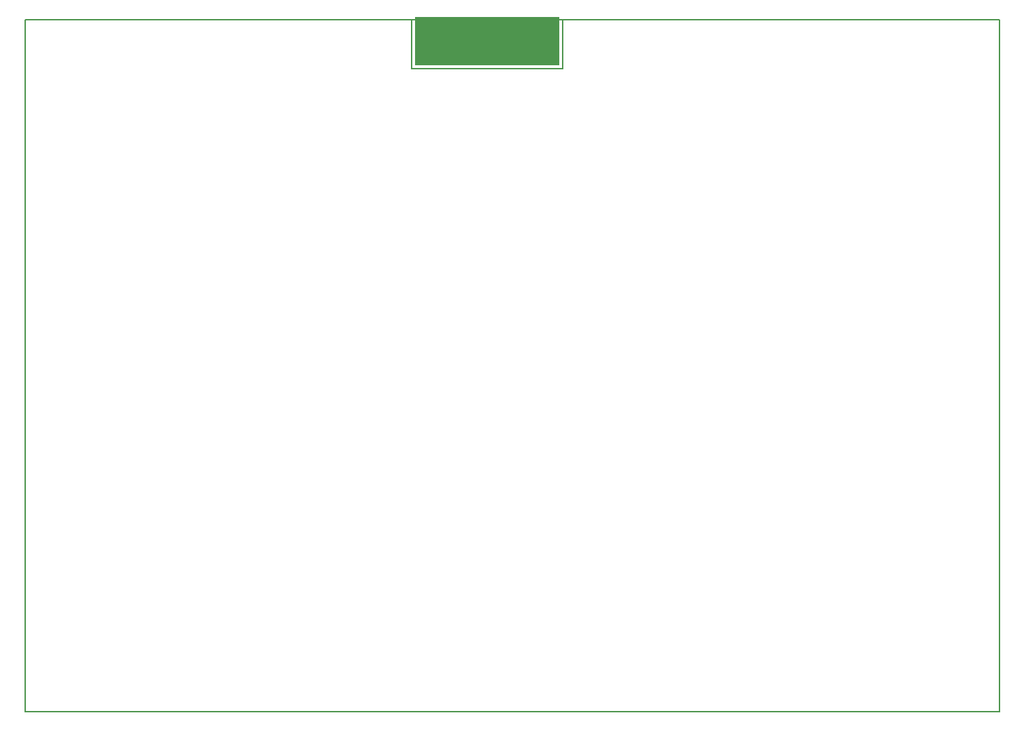
<source format=gko>
G04*
G04 #@! TF.GenerationSoftware,Altium Limited,Altium Designer,21.2.1 (34)*
G04*
G04 Layer_Color=16711935*
%FSTAX24Y24*%
%MOIN*%
G70*
G04*
G04 #@! TF.SameCoordinates,6CF6E2E0-1279-4785-91C8-ECC7A25CC669*
G04*
G04*
G04 #@! TF.FilePolarity,Positive*
G04*
G01*
G75*
%ADD10C,0.0079*%
G36*
X053839Y05172D02*
X046752D01*
Y054082D01*
X053839D01*
Y05172D01*
D02*
G37*
D10*
X046594Y051543D02*
X053976D01*
X046594Y053944D02*
X053976D01*
Y051543D02*
Y053944D01*
X046594Y051543D02*
Y053944D01*
X027657Y020007D02*
X075374D01*
X027657Y053944D02*
X075374D01*
Y020007D02*
Y053944D01*
X027657Y020007D02*
Y053944D01*
X046594Y051543D02*
Y053944D01*
M02*

</source>
